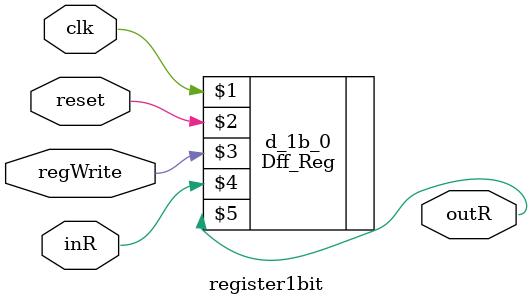
<source format=v>
/*##########################################################################################
Note: Please don’t upload the assignments, template file/solution and lab. manual on GitHub or others public repository. 
Kindly remove them, if you have uploaded the previous assignments. 
It violates the BITS’s Intellectual Property Rights (IPR).
*******************************************************************************************/

//The Dff_Reg will be used for making the pipeline registers

module register1bit(input clk, input reset, input regWrite, input inR, output outR);
    //WRITE YOUR CODE HERE, NO NEED TO DEFINE NEW VARIABLES
    Dff_Reg d_1b_0 (clk, reset, regWrite, inR, outR);
endmodule
</source>
